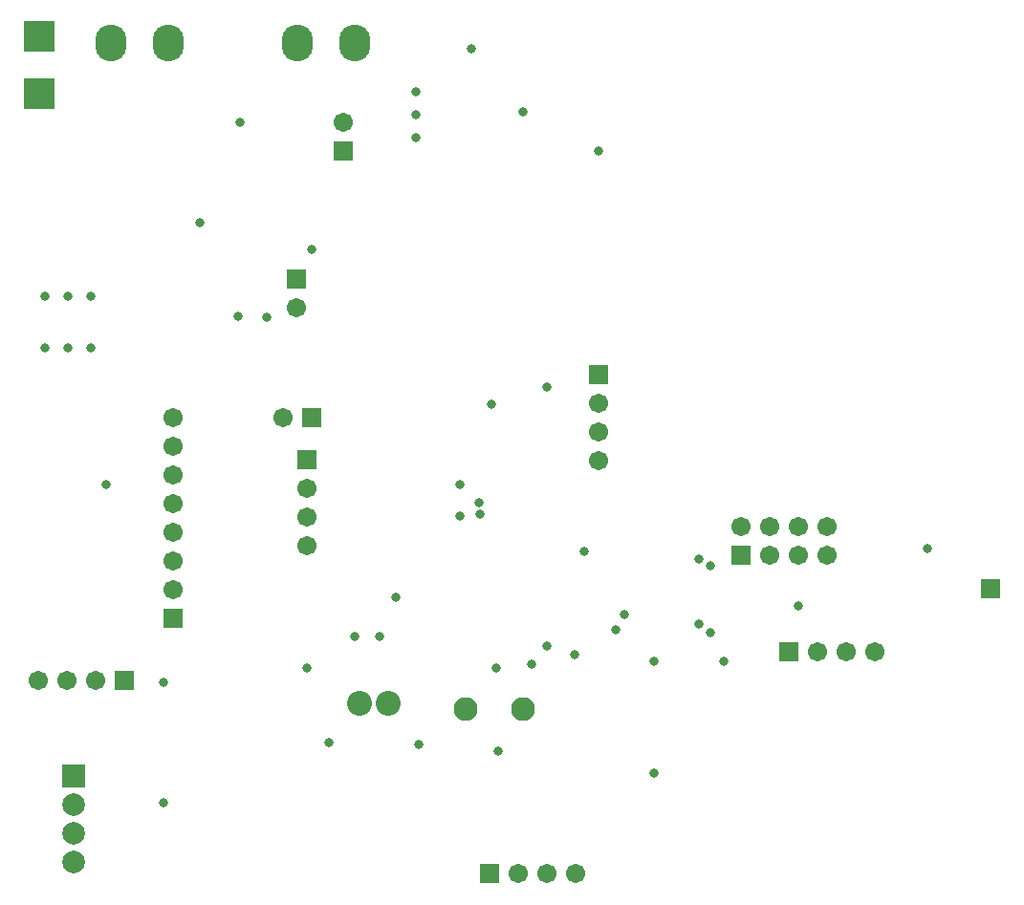
<source format=gbs>
G04*
G04 #@! TF.GenerationSoftware,Altium Limited,Altium Designer,22.2.1 (43)*
G04*
G04 Layer_Color=16711935*
%FSLAX24Y24*%
%MOIN*%
G70*
G04*
G04 #@! TF.SameCoordinates,347B6F40-84C8-4AAD-98B2-BBB097A6B523*
G04*
G04*
G04 #@! TF.FilePolarity,Negative*
G04*
G01*
G75*
%ADD47C,0.0671*%
%ADD48R,0.0671X0.0671*%
%ADD49R,0.0671X0.0671*%
%ADD50R,0.0789X0.0789*%
%ADD51C,0.0789*%
%ADD52O,0.1080X0.1280*%
%ADD53R,0.1064X0.1064*%
%ADD54C,0.0830*%
%ADD55C,0.0867*%
%ADD56C,0.0316*%
G54D47*
X10063Y18898D02*
D03*
X29032Y15094D02*
D03*
X28031D02*
D03*
X27032D02*
D03*
X26031D02*
D03*
X29032Y14094D02*
D03*
X28031D02*
D03*
X27032D02*
D03*
X30701Y10748D02*
D03*
X29701D02*
D03*
X28701D02*
D03*
X12165Y29189D02*
D03*
X18252Y2992D02*
D03*
X19252D02*
D03*
X20252D02*
D03*
X6220Y18898D02*
D03*
Y17898D02*
D03*
Y16898D02*
D03*
Y15898D02*
D03*
Y14898D02*
D03*
Y13898D02*
D03*
Y12898D02*
D03*
X21063Y19402D02*
D03*
Y18402D02*
D03*
Y17402D02*
D03*
X10512Y22740D02*
D03*
X3520Y9724D02*
D03*
X2520D02*
D03*
X1520D02*
D03*
X10906Y14433D02*
D03*
Y15433D02*
D03*
Y16433D02*
D03*
G54D48*
X11063Y18898D02*
D03*
X26031Y14094D02*
D03*
X27701Y10748D02*
D03*
X17252Y2992D02*
D03*
X4520Y9724D02*
D03*
X34724Y12953D02*
D03*
G54D49*
X12165Y28189D02*
D03*
X6220Y11898D02*
D03*
X21063Y20402D02*
D03*
X10512Y23740D02*
D03*
X10906Y17433D02*
D03*
G54D50*
X2756Y6409D02*
D03*
G54D51*
Y5409D02*
D03*
Y4409D02*
D03*
Y3409D02*
D03*
G54D52*
X12557Y31969D02*
D03*
X4057D02*
D03*
X6057D02*
D03*
X10557D02*
D03*
G54D53*
X1575Y30205D02*
D03*
Y32205D02*
D03*
G54D54*
X16441Y8740D02*
D03*
X18441D02*
D03*
G54D55*
X12740Y8937D02*
D03*
X13740D02*
D03*
G54D56*
X11063Y24764D02*
D03*
X21063Y28189D02*
D03*
X8567Y29189D02*
D03*
X16639Y31755D02*
D03*
X14685Y28661D02*
D03*
Y30276D02*
D03*
Y29469D02*
D03*
X18425Y29567D02*
D03*
X32520Y14331D02*
D03*
X20551Y14252D02*
D03*
X17323Y19370D02*
D03*
X16220Y15472D02*
D03*
Y16575D02*
D03*
X3898D02*
D03*
X22992Y6496D02*
D03*
X12551Y11271D02*
D03*
X17480Y10157D02*
D03*
X17559Y7283D02*
D03*
X14803Y7520D02*
D03*
X11654Y7559D02*
D03*
X9488Y22402D02*
D03*
X8504Y22441D02*
D03*
X7165Y25709D02*
D03*
X5906Y9685D02*
D03*
X22992Y10394D02*
D03*
X25433D02*
D03*
X18740Y10315D02*
D03*
X10906Y10157D02*
D03*
X16929Y15551D02*
D03*
X16890Y15945D02*
D03*
X20236Y10630D02*
D03*
X19252Y19961D02*
D03*
Y10945D02*
D03*
X13442Y11280D02*
D03*
X13976Y12638D02*
D03*
X5906Y5472D02*
D03*
X21969Y12047D02*
D03*
X21654Y11496D02*
D03*
X24961Y11417D02*
D03*
X24567Y11693D02*
D03*
X24961Y13740D02*
D03*
X24567Y13976D02*
D03*
X28031Y12323D02*
D03*
X3346Y21339D02*
D03*
X2559D02*
D03*
X1772D02*
D03*
X3346Y23150D02*
D03*
X2559D02*
D03*
X1772D02*
D03*
M02*

</source>
